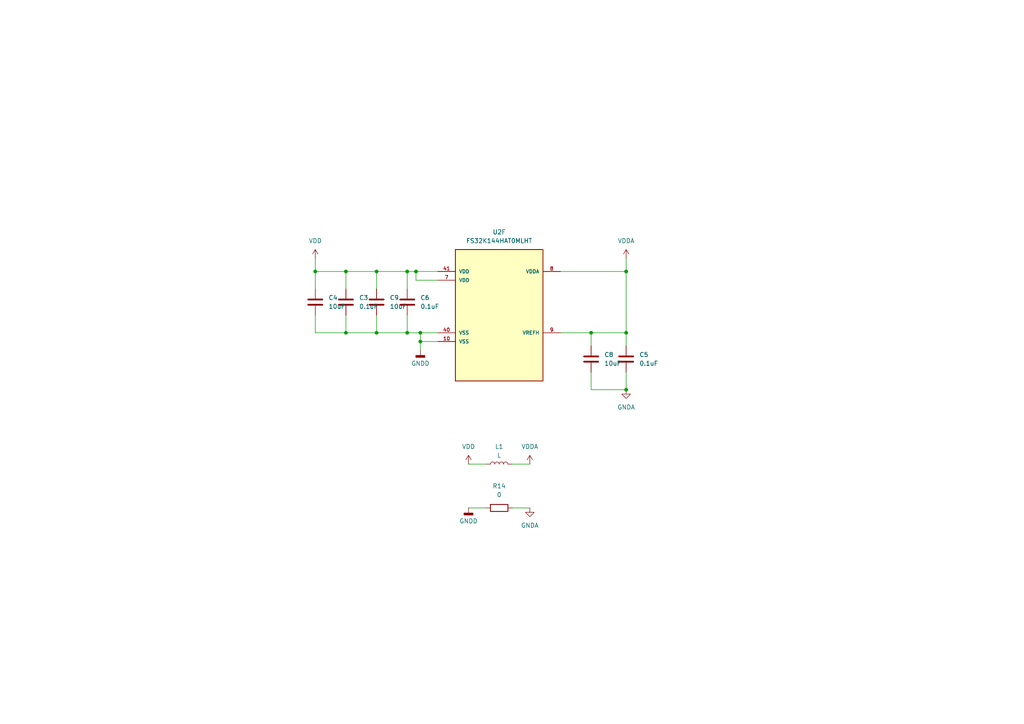
<source format=kicad_sch>
(kicad_sch (version 20231120) (generator "eeschema") (generator_version "8.0")
  (paper "A4")
  (title_block (company "WTMEC"))
  (lib_symbols
    (symbol "Device:C" (pin_numbers hide) (pin_names (offset 0.254))
      (property "Reference" "C" (at 0.635 2.54 0))
      (property "Value" "C" (at 0.635 -2.54 0))
      (symbol "C_0_1"
        (polyline (pts (xy -2.032 -0.762) (xy 2.032 -0.762)) (stroke (width 0.508)))
        (polyline (pts (xy -2.032 0.762) (xy 2.032 0.762)) (stroke (width 0.508)))
      )
      (symbol "C_1_1"
        (pin passive line (at 0 3.81 270) (length 2.794) (name "~") (number "1"))
        (pin passive line (at 0 -3.81 90) (length 2.794) (name "~") (number "2"))
      )
    )
    (symbol "Device:L" (pin_numbers hide) (pin_names (offset 1.016) hide)
      (property "Reference" "L" (at -1.27 0 90))
      (property "Value" "L" (at 1.905 0 90))
      (symbol "L_0_1"
        (arc (start 0 -2.54) (mid 0.6323 -1.905) (end 0 -1.27))
        (arc (start 0 -1.27) (mid 0.6323 -0.635) (end 0 0))
        (arc (start 0 0) (mid 0.6323 0.635) (end 0 1.27))
        (arc (start 0 1.27) (mid 0.6323 1.905) (end 0 2.54))
      )
      (symbol "L_1_1"
        (pin passive line (at 0 3.81 270) (length 1.27) (name "1") (number "1"))
        (pin passive line (at 0 -3.81 90) (length 1.27) (name "2") (number "2"))
      )
    )
    (symbol "Device:R" (pin_numbers hide) (pin_names (offset 0))
      (property "Reference" "R" (at 2.032 0 90))
      (property "Value" "R" (at 0 0 90))
      (symbol "R_0_1"
        (rectangle (start -1.016 -2.54) (end 1.016 2.54) (stroke (width 0.254)))
      )
      (symbol "R_1_1"
        (pin passive line (at 0 3.81 270) (length 1.27) (name "~") (number "1"))
        (pin passive line (at 0 -3.81 90) (length 1.27) (name "~") (number "2"))
      )
    )
    (symbol "MCU_NXP_S32K1:FS32K144HAT0MLHT" (pin_names (offset 1.016))
      (property "Reference" "U" (at -12.192 39.624 0))
      (property "Value" "FS32K144HAT0MLHT" (at -12.7 -1.016 0))
      (symbol "FS32K144HAT0MLHT_1_0"
        (rectangle (start -12.7 38.1) (end 12.7 0) (stroke (width 0.254)) (fill (type background)))
        (pin bidirectional line (at -17.78 15.24 0) (length 5.08) (name "PTA7") (number "37"))
        (pin bidirectional line (at -17.78 17.78 0) (length 5.08) (name "PTA6") (number "38"))
        (pin bidirectional line (at -17.78 25.4 0) (length 5.08) (name "PTA3") (number "47"))
        (pin bidirectional line (at -17.78 27.94 0) (length 5.08) (name "PTA2") (number "48"))
        (pin bidirectional line (at -17.78 30.48 0) (length 5.08) (name "PTA1") (number "49"))
        (pin bidirectional line (at -17.78 33.02 0) (length 5.08) (name "PTA0") (number "50"))
        (pin bidirectional line (at -17.78 5.08 0) (length 5.08) (name "PTA13") (number "55"))
        (pin bidirectional line (at -17.78 7.62 0) (length 5.08) (name "PTA12") (number "56"))
        (pin bidirectional line (at -17.78 10.16 0) (length 5.08) (name "PTA11") (number "57"))
        (pin bidirectional line (at -17.78 12.7 0) (length 5.08) (name "PTA10") (number "58"))
        (pin bidirectional line (at -17.78 20.32 0) (length 5.08) (name "PTA5") (number "63"))
        (pin bidirectional line (at -17.78 22.86 0) (length 5.08) (name "PTA4") (number "64"))
      )
      (symbol "FS32K144HAT0MLHT_2_0"
        (rectangle (start -12.7 38.1) (end 12.7 0) (stroke (width 0.254)) (fill (type background)))
        (pin bidirectional line (at -17.78 15.24 0) (length 5.08) (name "PTB7") (number "11"))
        (pin bidirectional line (at -17.78 17.78 0) (length 5.08) (name "PTB6") (number "12"))
        (pin bidirectional line (at -17.78 20.32 0) (length 5.08) (name "PTB5") (number "18"))
        (pin bidirectional line (at -17.78 22.86 0) (length 5.08) (name "PTB4") (number "19"))
        (pin bidirectional line (at -17.78 25.4 0) (length 5.08) (name "PTB3") (number "31"))
        (pin bidirectional line (at -17.78 27.94 0) (length 5.08) (name "PTB2") (number "32"))
        (pin bidirectional line (at -17.78 30.48 0) (length 5.08) (name "PTB1") (number "33"))
        (pin bidirectional line (at -17.78 33.02 0) (length 5.08) (name "PTB0") (number "34"))
        (pin bidirectional line (at -17.78 10.16 0) (length 5.08) (name "PTB13") (number "42"))
        (pin bidirectional line (at -17.78 12.7 0) (length 5.08) (name "PTB12") (number "43"))
      )
      (symbol "FS32K144HAT0MLHT_3_0"
        (rectangle (start -12.7 38.1) (end 12.7 0) (stroke (width 0.254)) (fill (type background)))
        (pin bidirectional line (at -17.78 27.94 0) (length 5.08) (name "PTC3") (number "20"))
        (pin bidirectional line (at -17.78 30.48 0) (length 5.08) (name "PTC2") (number "21"))
        (pin bidirectional line (at -17.78 33.02 0) (length 5.08) (name "PTC1") (number "25"))
        (pin bidirectional line (at -17.78 35.56 0) (length 5.08) (name "PTC0") (number "26"))
        (pin bidirectional line (at -17.78 2.54 0) (length 5.08) (name "PTC17") (number "27"))
        (pin bidirectional line (at -17.78 5.08 0) (length 5.08) (name "PTC16") (number "28"))
        (pin bidirectional line (at -17.78 7.62 0) (length 5.08) (name "PTC15") (number "29"))
        (pin bidirectional line (at -17.78 10.16 0) (length 5.08) (name "PTC14") (number "30"))
        (pin bidirectional line (at -17.78 12.7 0) (length 5.08) (name "PTC9") (number "35"))
        (pin bidirectional line (at -17.78 15.24 0) (length 5.08) (name "PTC8") (number "36"))
        (pin bidirectional line (at -17.78 17.78 0) (length 5.08) (name "PTC7") (number "51"))
        (pin bidirectional line (at -17.78 20.32 0) (length 5.08) (name "PTC6") (number "52"))
        (pin bidirectional line (at -17.78 22.86 0) (length 5.08) (name "PTC5") (number "61"))
        (pin bidirectional line (at -17.78 25.4 0) (length 5.08) (name "PTC4") (number "62"))
      )
      (symbol "FS32K144HAT0MLHT_4_0"
        (rectangle (start -12.7 38.1) (end 12.7 0) (stroke (width 0.254)) (fill (type background)))
        (pin bidirectional line (at -17.78 30.48 0) (length 5.08) (name "PTD1") (number "1"))
        (pin bidirectional line (at -17.78 10.16 0) (length 5.08) (name "PTD16") (number "14"))
        (pin bidirectional line (at -17.78 12.7 0) (length 5.08) (name "PTD15") (number "15"))
        (pin bidirectional line (at -17.78 33.02 0) (length 5.08) (name "PTD0") (number "2"))
        (pin bidirectional line (at -17.78 15.24 0) (length 5.08) (name "PTD7") (number "22"))
        (pin bidirectional line (at -17.78 17.78 0) (length 5.08) (name "PTD6") (number "23"))
        (pin bidirectional line (at -17.78 20.32 0) (length 5.08) (name "PTD5") (number "24"))
        (pin bidirectional line (at -17.78 22.86 0) (length 5.08) (name "PTD4") (number "44"))
        (pin bidirectional line (at -17.78 25.4 0) (length 5.08) (name "PTD3") (number "45"))
        (pin bidirectional line (at -17.78 27.94 0) (length 5.08) (name "PTD2") (number "46"))
      )
      (symbol "FS32K144HAT0MLHT_5_0"
        (rectangle (start -12.7 38.1) (end 12.7 0) (stroke (width 0.254)) (fill (type background)))
        (pin bidirectional line (at -17.78 25.4 0) (length 5.08) (name "PTE3") (number "13"))
        (pin bidirectional line (at -17.78 10.16 0) (length 5.08) (name "PTE9") (number "16"))
        (pin bidirectional line (at -17.78 12.7 0) (length 5.08) (name "PTE8") (number "17"))
        (pin bidirectional line (at -17.78 5.08 0) (length 5.08) (name "PTE11") (number "3"))
        (pin bidirectional line (at -17.78 15.24 0) (length 5.08) (name "PTE7") (number "39"))
        (pin bidirectional line (at -17.78 7.62 0) (length 5.08) (name "PTE10") (number "4"))
        (pin bidirectional line (at -17.78 20.32 0) (length 5.08) (name "PTE5") (number "5"))
        (pin bidirectional line (at -17.78 17.78 0) (length 5.08) (name "PTE6") (number "53"))
        (pin bidirectional line (at -17.78 27.94 0) (length 5.08) (name "PTE2") (number "54"))
        (pin bidirectional line (at -17.78 30.48 0) (length 5.08) (name "PTE1") (number "59"))
        (pin bidirectional line (at -17.78 22.86 0) (length 5.08) (name "PTE4") (number "6"))
        (pin bidirectional line (at -17.78 33.02 0) (length 5.08) (name "PTE0") (number "60"))
      )
      (symbol "FS32K144HAT0MLHT_6_0"
        (rectangle (start -12.7 38.1) (end 12.7 0) (stroke (width 0.254)) (fill (type background)))
        (pin power_in line (at -17.78 11.43 0) (length 5.08) (name "VSS") (number "10"))
        (pin power_in line (at -17.78 13.97 0) (length 5.08) (name "VSS") (number "40"))
        (pin power_in line (at -17.78 31.75 0) (length 5.08) (name "VDD") (number "41"))
        (pin power_in line (at -17.78 29.21 0) (length 5.08) (name "VDD") (number "7"))
        (pin power_in line (at 17.78 31.75 180) (length 5.08) (name "VDDA") (number "8"))
        (pin power_in line (at 17.78 13.97 180) (length 5.08) (name "VREFH") (number "9"))
      )
    )
    (symbol "power:GNDA" (power) (pin_numbers hide) (pin_names (offset 0) hide)
      (property "Value" "GNDA" (at 0 -3.81 0))
      (symbol "GNDA_0_1"
        (polyline (pts (xy 0 0) (xy 0 -1.27) (xy 1.27 -1.27) (xy 0 -2.54) (xy -1.27 -1.27) (xy 0 -1.27)))
      )
      (symbol "GNDA_1_1"
        (pin power_in line (at 0 0 270) (length 0) (name "~") (number "1"))
      )
    )
    (symbol "power:GNDD" (power) (pin_numbers hide) (pin_names (offset 0) hide)
      (property "Value" "GNDD" (at 0 -3.175 0))
      (symbol "GNDD_0_1"
        (rectangle (start -1.27 -1.524) (end 1.27 -2.032) (stroke (width 0.254)) (fill (type outline)))
        (polyline (pts (xy 0 0) (xy 0 -1.524)))
      )
      (symbol "GNDD_1_1"
        (pin power_in line (at 0 0 270) (length 0) (name "~") (number "1"))
      )
    )
    (symbol "power:VDD" (power) (pin_numbers hide) (pin_names (offset 0) hide)
      (property "Value" "VDD" (at 0 3.556 0))
      (symbol "VDD_0_1"
        (polyline (pts (xy -0.762 1.27) (xy 0 2.54)))
        (polyline (pts (xy 0 0) (xy 0 2.54)))
        (polyline (pts (xy 0 2.54) (xy 0.762 1.27)))
      )
      (symbol "VDD_1_1"
        (pin power_in line (at 0 0 90) (length 0) (name "~") (number "1"))
      )
    )
    (symbol "power:VDDA" (power) (pin_numbers hide) (pin_names (offset 0) hide)
      (property "Value" "VDDA" (at 0 3.556 0))
      (symbol "VDDA_0_1"
        (polyline (pts (xy -0.762 1.27) (xy 0 2.54)))
        (polyline (pts (xy 0 0) (xy 0 2.54)))
        (polyline (pts (xy 0 2.54) (xy 0.762 1.27)))
      )
      (symbol "VDDA_1_1"
        (pin power_in line (at 0 0 90) (length 0) (name "~") (number "1"))
      )
    )
  )
  (junction (at 120.65 78.74))
  (junction (at 181.61 96.52))
  (junction (at 109.22 96.52))
  (junction (at 118.11 96.52))
  (junction (at 118.11 78.74))
  (junction (at 100.33 96.52))
  (junction (at 109.22 78.74))
  (junction (at 171.45 96.52))
  (junction (at 91.44 78.74))
  (junction (at 121.92 99.06))
  (junction (at 181.61 113.03))
  (junction (at 181.61 78.74))
  (junction (at 100.33 78.74))
  (junction (at 121.92 96.52))
  (wire (pts (xy 162.56 96.52) (xy 171.45 96.52)))
  (wire (pts (xy 135.89 147.32) (xy 140.97 147.32)))
  (wire (pts (xy 121.92 99.06) (xy 127 99.06)))
  (wire (pts (xy 118.11 78.74) (xy 109.22 78.74)))
  (wire (pts (xy 120.65 78.74) (xy 127 78.74)))
  (wire (pts (xy 100.33 91.44) (xy 100.33 96.52)))
  (wire (pts (xy 181.61 107.95) (xy 181.61 113.03)))
  (wire (pts (xy 121.92 96.52) (xy 121.92 99.06)))
  (wire (pts (xy 91.44 74.93) (xy 91.44 78.74)))
  (wire (pts (xy 109.22 78.74) (xy 100.33 78.74)))
  (wire (pts (xy 91.44 78.74) (xy 91.44 83.82)))
  (wire (pts (xy 181.61 96.52) (xy 181.61 100.33)))
  (wire (pts (xy 171.45 96.52) (xy 171.45 100.33)))
  (wire (pts (xy 162.56 78.74) (xy 181.61 78.74)))
  (wire (pts (xy 91.44 96.52) (xy 100.33 96.52)))
  (wire (pts (xy 171.45 113.03) (xy 181.61 113.03)))
  (wire (pts (xy 171.45 96.52) (xy 181.61 96.52)))
  (wire (pts (xy 120.65 81.28) (xy 120.65 78.74)))
  (wire (pts (xy 109.22 91.44) (xy 109.22 96.52)))
  (wire (pts (xy 100.33 78.74) (xy 91.44 78.74)))
  (wire (pts (xy 118.11 78.74) (xy 120.65 78.74)))
  (wire (pts (xy 109.22 78.74) (xy 109.22 83.82)))
  (wire (pts (xy 118.11 91.44) (xy 118.11 96.52)))
  (wire (pts (xy 181.61 74.93) (xy 181.61 78.74)))
  (wire (pts (xy 120.65 81.28) (xy 127 81.28)))
  (wire (pts (xy 109.22 96.52) (xy 118.11 96.52)))
  (wire (pts (xy 118.11 78.74) (xy 118.11 83.82)))
  (wire (pts (xy 91.44 91.44) (xy 91.44 96.52)))
  (wire (pts (xy 118.11 96.52) (xy 121.92 96.52)))
  (wire (pts (xy 127 96.52) (xy 121.92 96.52)))
  (wire (pts (xy 121.92 99.06) (xy 121.92 101.6)))
  (wire (pts (xy 100.33 78.74) (xy 100.33 83.82)))
  (wire (pts (xy 148.59 147.32) (xy 153.67 147.32)))
  (wire (pts (xy 181.61 78.74) (xy 181.61 96.52)))
  (wire (pts (xy 171.45 107.95) (xy 171.45 113.03)))
  (wire (pts (xy 135.89 134.62) (xy 140.97 134.62)))
  (wire (pts (xy 148.59 134.62) (xy 153.67 134.62)))
  (wire (pts (xy 100.33 96.52) (xy 109.22 96.52)))
  (symbol (lib_id "Device:C") (at 100.33 87.63 0) (unit 1)
    (property "Reference" "C3" (at 104.14 86.3599 0) (effects (justify left)))
    (property "Value" "0.1uF" (at 104.14 88.8999 0) (effects (justify left)))
    (property "Footprint" "Capacitor_SMD:C_0805_2012Metric" (effects (hide yes)))
    (property "Description" "Unpolarized capacitor" (effects (hide yes)))
  )
  (symbol (lib_id "MCU_NXP_S32K1:FS32K144HAT0MLHT") (at 144.78 110.49 0) (unit 6)
    (property "Reference" "U2" (at 144.78 67.31 0))
    (property "Value" "FS32K144HAT0MLHT" (at 144.78 69.85 0))
    (property "Footprint" "Package_QFP:LQFP-64_10x10mm_P0.5mm" (effects (hide yes)))
    (property "Datasheet" "https://www.nxp.com/docs/en/data-sheet/S32K1xx.pdf" (effects (hide yes)))
    (property "Description" "ARM® Cortex®-M4F S32K Microcontroller IC 32-Bit Single-Core 80MHz 512KB (512K x 8) FLASH 64-LQFP (10x10)" (effects (hide yes)))
    (property "MANUFACTURER" "NXP Semiconductors" (effects (hide yes)))
    (property "MAXIMUM_PACKAGE_HEIGHT" "1.6mm" (effects (hide yes)))
    (property "Package" "LQFP-64 NXP" (effects (hide yes)))
    (property "STANDARD" "IPC-7351B" (effects (hide yes)))
  )
  (symbol (lib_id "power:VDDA") (at 153.67 134.62 0) (unit 1)
    (property "Reference" "#PWR019" (effects (hide yes)))
    (property "Value" "VDDA" (at 153.67 129.54 0))
    (property "Description" "Power symbol creates a global label with name \"VDDA\"" (effects (hide yes)))
  )
  (symbol (lib_id "Device:C") (at 181.61 104.14 0) (unit 1)
    (property "Reference" "C5" (at 185.42 102.8699 0) (effects (justify left)))
    (property "Value" "0.1uF" (at 185.42 105.4099 0) (effects (justify left)))
    (property "Footprint" "Capacitor_SMD:C_0805_2012Metric" (effects (hide yes)))
    (property "Description" "Unpolarized capacitor" (effects (hide yes)))
  )
  (symbol (lib_id "Device:C") (at 91.44 87.63 0) (unit 1)
    (property "Reference" "C4" (at 95.25 86.3599 0) (effects (justify left)))
    (property "Value" "10uF" (at 95.25 88.8999 0) (effects (justify left)))
    (property "Footprint" "Capacitor_SMD:C_0805_2012Metric" (effects (hide yes)))
    (property "Description" "Unpolarized capacitor" (effects (hide yes)))
  )
  (symbol (lib_id "power:GNDA") (at 181.61 113.03 0) (unit 1)
    (property "Reference" "#PWR022" (effects (hide yes)))
    (property "Value" "GNDA" (at 181.61 118.11 0))
    (property "Description" "Power symbol creates a global label with name \"GNDA\" , analog ground" (effects (hide yes)))
  )
  (symbol (lib_id "power:GNDA") (at 153.67 147.32 0) (unit 1)
    (property "Reference" "#PWR020" (effects (hide yes)))
    (property "Value" "GNDA" (at 153.67 152.4 0))
    (property "Description" "Power symbol creates a global label with name \"GNDA\" , analog ground" (effects (hide yes)))
  )
  (symbol (lib_id "Device:R") (at 144.78 147.32 270) (unit 1)
    (property "Reference" "R14" (at 144.78 140.97 90))
    (property "Value" "0" (at 144.78 143.51 90))
    (property "Footprint" "Resistor_SMD:R_0805_2012Metric" (effects (hide yes)))
    (property "Description" "Resistor" (effects (hide yes)))
  )
  (symbol (lib_id "Device:C") (at 171.45 104.14 0) (unit 1)
    (property "Reference" "C8" (at 175.26 102.8699 0) (effects (justify left)))
    (property "Value" "10uF" (at 175.26 105.4099 0) (effects (justify left)))
    (property "Footprint" "Capacitor_SMD:C_0805_2012Metric" (effects (hide yes)))
    (property "Description" "Unpolarized capacitor" (effects (hide yes)))
  )
  (symbol (lib_id "power:VDDA") (at 181.61 74.93 0) (unit 1)
    (property "Reference" "#PWR021" (effects (hide yes)))
    (property "Value" "VDDA" (at 181.61 69.85 0))
    (property "Description" "Power symbol creates a global label with name \"VDDA\"" (effects (hide yes)))
  )
  (symbol (lib_id "power:VDD") (at 135.89 134.62 0) (unit 1)
    (property "Reference" "#PWR017" (effects (hide yes)))
    (property "Value" "VDD" (at 135.89 129.54 0))
    (property "Description" "Power symbol creates a global label with name \"VDD\"" (effects (hide yes)))
  )
  (symbol (lib_id "Device:C") (at 109.22 87.63 0) (unit 1)
    (property "Reference" "C9" (at 113.03 86.3599 0) (effects (justify left)))
    (property "Value" "10uF" (at 113.03 88.8999 0) (effects (justify left)))
    (property "Footprint" "Capacitor_SMD:C_0805_2012Metric" (effects (hide yes)))
    (property "Description" "Unpolarized capacitor" (effects (hide yes)))
  )
  (symbol (lib_id "Device:C") (at 118.11 87.63 0) (unit 1)
    (property "Reference" "C6" (at 121.92 86.3599 0) (effects (justify left)))
    (property "Value" "0.1uF" (at 121.92 88.8999 0) (effects (justify left)))
    (property "Footprint" "Capacitor_SMD:C_0805_2012Metric" (effects (hide yes)))
    (property "Description" "Unpolarized capacitor" (effects (hide yes)))
  )
  (symbol (lib_id "power:VDD") (at 91.44 74.93 0) (unit 1)
    (property "Reference" "#PWR015" (effects (hide yes)))
    (property "Value" "VDD" (at 91.44 69.85 0))
    (property "Description" "Power symbol creates a global label with name \"VDD\"" (effects (hide yes)))
  )
  (symbol (lib_id "Device:L") (at 144.78 134.62 90) (unit 1)
    (property "Reference" "L1" (at 144.78 129.54 90))
    (property "Value" "L" (at 144.78 132.08 90))
    (property "Footprint" "Inductor_SMD:L_0805_2012Metric" (effects (hide yes)))
    (property "Description" "Inductor" (effects (hide yes)))
  )
  (symbol (lib_id "power:GNDD") (at 135.89 147.32 0) (unit 1)
    (property "Reference" "#PWR018" (effects (hide yes)))
    (property "Value" "GNDD" (at 135.89 151.13 0))
    (property "Description" "Power symbol creates a global label with name \"GNDD\" , digital ground" (effects (hide yes)))
  )
  (symbol (lib_id "power:GNDD") (at 121.92 101.6 0) (unit 1)
    (property "Reference" "#PWR016" (effects (hide yes)))
    (property "Value" "GNDD" (at 121.92 105.41 0))
    (property "Description" "Power symbol creates a global label with name \"GNDD\" , digital ground" (effects (hide yes)))
  )
)
</source>
